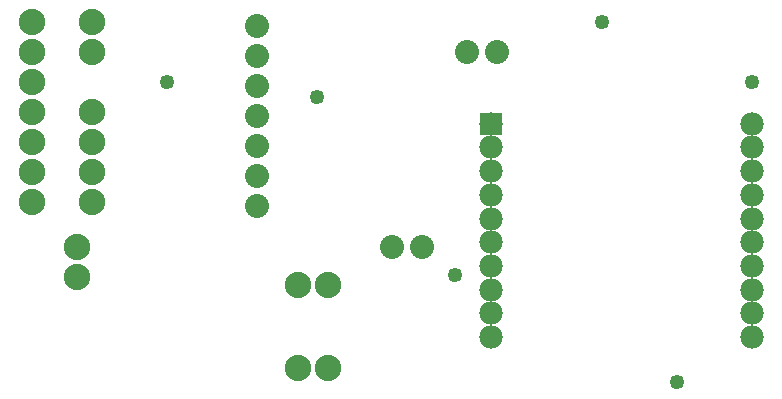
<source format=gbs>
G04 MADE WITH FRITZING*
G04 WWW.FRITZING.ORG*
G04 DOUBLE SIDED*
G04 HOLES PLATED*
G04 CONTOUR ON CENTER OF CONTOUR VECTOR*
%ASAXBY*%
%FSLAX23Y23*%
%MOIN*%
%OFA0B0*%
%SFA1.0B1.0*%
%ADD10C,0.049370*%
%ADD11C,0.080000*%
%ADD12C,0.088000*%
%ADD13C,0.078000*%
%ADD14R,0.078000X0.078000*%
%LNMASK0*%
G90*
G70*
G54D10*
X1023Y1024D03*
X1973Y1273D03*
X2472Y1074D03*
X2222Y73D03*
G54D11*
X1622Y1173D03*
X1522Y1173D03*
X1372Y523D03*
X1272Y523D03*
G54D12*
X72Y1173D03*
X72Y1273D03*
X272Y1173D03*
X272Y1273D03*
X72Y1073D03*
X72Y973D03*
G54D10*
X522Y1073D03*
G54D12*
X272Y973D03*
X72Y873D03*
X72Y673D03*
X72Y773D03*
X272Y673D03*
X272Y773D03*
X272Y873D03*
G54D10*
X1481Y429D03*
G54D12*
X222Y523D03*
X222Y423D03*
X1059Y398D03*
X959Y398D03*
X1059Y121D03*
X959Y121D03*
G54D13*
X1602Y934D03*
X1602Y855D03*
X1602Y776D03*
X1602Y697D03*
X1602Y618D03*
X1602Y539D03*
X1602Y460D03*
X1602Y381D03*
X1602Y302D03*
X1602Y223D03*
X2472Y223D03*
X2472Y302D03*
X2472Y381D03*
X2472Y460D03*
X2472Y539D03*
X2472Y618D03*
X2472Y697D03*
X2472Y776D03*
X2472Y855D03*
X2472Y934D03*
G54D11*
X822Y1261D03*
X822Y1161D03*
X822Y1061D03*
X822Y961D03*
X822Y861D03*
X822Y761D03*
X822Y661D03*
G54D14*
X1602Y934D03*
G04 End of Mask0*
M02*
</source>
